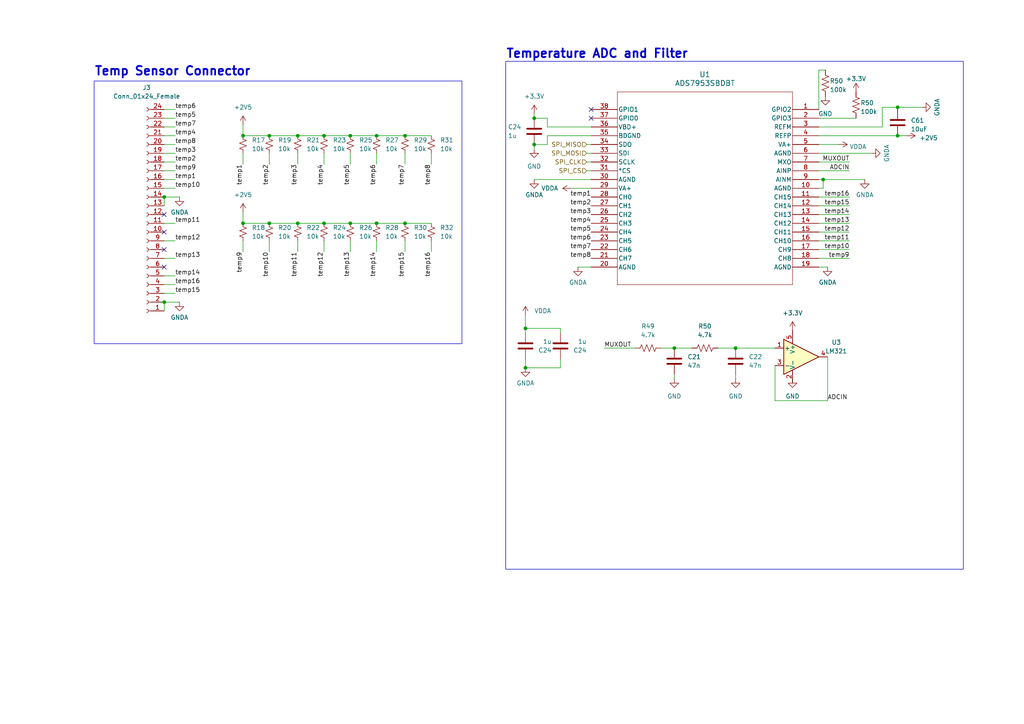
<source format=kicad_sch>
(kicad_sch (version 20230121) (generator eeschema)
  (paper "A4")
  (lib_symbols
    (symbol "Amplifier_Operational:LM321" (pin_names (offset 0.127))
      (property "Reference" "U" (at 0 7.62 0))
      (property "Value" "LM321" (at 0 5.08 0))
      (symbol "LM321_0_1"
        (polyline (pts (xy -5.08 5.08) (xy 5.08 0) (xy -5.08 -5.08) (xy -5.08 5.08)) (stroke (width 0.254)) (fill (type background)))
      )
      (symbol "LM321_1_1"
        (pin input line (at -7.62 2.54 0) (length 2.54) (name "+") (number "1"))
        (pin power_in line (at -2.54 -7.62 90) (length 3.81) (name "V-") (number "2"))
        (pin input line (at -7.62 -2.54 0) (length 2.54) (name "-") (number "3"))
        (pin output line (at 7.62 0 180) (length 2.54) (name "~") (number "4"))
        (pin power_in line (at -2.54 7.62 270) (length 3.81) (name "V+") (number "5"))
      )
    )
    (symbol "Connector:Conn_01x24_Socket" (pin_names (offset 1.016) hide)
      (property "Reference" "J" (at 0 30.48 0))
      (property "Value" "Conn_01x24_Socket" (at 0 -33.02 0))
      (symbol "Conn_01x24_Socket_1_1"
        (arc (start 0 -29.972) (mid -0.5058 -30.48) (end 0 -30.988) (stroke (width 0.1524)))
        (arc (start 0 -27.432) (mid -0.5058 -27.94) (end 0 -28.448) (stroke (width 0.1524)))
        (arc (start 0 -24.892) (mid -0.5058 -25.4) (end 0 -25.908) (stroke (width 0.1524)))
        (arc (start 0 -22.352) (mid -0.5058 -22.86) (end 0 -23.368) (stroke (width 0.1524)))
        (arc (start 0 -19.812) (mid -0.5058 -20.32) (end 0 -20.828) (stroke (width 0.1524)))
        (arc (start 0 -17.272) (mid -0.5058 -17.78) (end 0 -18.288) (stroke (width 0.1524)))
        (arc (start 0 -14.732) (mid -0.5058 -15.24) (end 0 -15.748) (stroke (width 0.1524)))
        (arc (start 0 -12.192) (mid -0.5058 -12.7) (end 0 -13.208) (stroke (width 0.1524)))
        (arc (start 0 -9.652) (mid -0.5058 -10.16) (end 0 -10.668) (stroke (width 0.1524)))
        (arc (start 0 -7.112) (mid -0.5058 -7.62) (end 0 -8.128) (stroke (width 0.1524)))
        (arc (start 0 -4.572) (mid -0.5058 -5.08) (end 0 -5.588) (stroke (width 0.1524)))
        (arc (start 0 -2.032) (mid -0.5058 -2.54) (end 0 -3.048) (stroke (width 0.1524)))
        (polyline (pts (xy -1.27 -30.48) (xy -0.508 -30.48)) (stroke (width 0.1524)))
        (polyline (pts (xy -1.27 -27.94) (xy -0.508 -27.94)) (stroke (width 0.1524)))
        (polyline (pts (xy -1.27 -25.4) (xy -0.508 -25.4)) (stroke (width 0.1524)))
        (polyline (pts (xy -1.27 -22.86) (xy -0.508 -22.86)) (stroke (width 0.1524)))
        (polyline (pts (xy -1.27 -20.32) (xy -0.508 -20.32)) (stroke (width 0.1524)))
        (polyline (pts (xy -1.27 -17.78) (xy -0.508 -17.78)) (stroke (width 0.1524)))
        (polyline (pts (xy -1.27 -15.24) (xy -0.508 -15.24)) (stroke (width 0.1524)))
        (polyline (pts (xy -1.27 -12.7) (xy -0.508 -12.7)) (stroke (width 0.1524)))
        (polyline (pts (xy -1.27 -10.16) (xy -0.508 -10.16)) (stroke (width 0.1524)))
        (polyline (pts (xy -1.27 -7.62) (xy -0.508 -7.62)) (stroke (width 0.1524)))
        (polyline (pts (xy -1.27 -5.08) (xy -0.508 -5.08)) (stroke (width 0.1524)))
        (polyline (pts (xy -1.27 -2.54) (xy -0.508 -2.54)) (stroke (width 0.1524)))
        (polyline (pts (xy -1.27 0) (xy -0.508 0)) (stroke (width 0.1524)))
        (polyline (pts (xy -1.27 2.54) (xy -0.508 2.54)) (stroke (width 0.1524)))
        (polyline (pts (xy -1.27 5.08) (xy -0.508 5.08)) (stroke (width 0.1524)))
        (polyline (pts (xy -1.27 7.62) (xy -0.508 7.62)) (stroke (width 0.1524)))
        (polyline (pts (xy -1.27 10.16) (xy -0.508 10.16)) (stroke (width 0.1524)))
        (polyline (pts (xy -1.27 12.7) (xy -0.508 12.7)) (stroke (width 0.1524)))
        (polyline (pts (xy -1.27 15.24) (xy -0.508 15.24)) (stroke (width 0.1524)))
        (polyline (pts (xy -1.27 17.78) (xy -0.508 17.78)) (stroke (width 0.1524)))
        (polyline (pts (xy -1.27 20.32) (xy -0.508 20.32)) (stroke (width 0.1524)))
        (polyline (pts (xy -1.27 22.86) (xy -0.508 22.86)) (stroke (width 0.1524)))
        (polyline (pts (xy -1.27 25.4) (xy -0.508 25.4)) (stroke (width 0.1524)))
        (polyline (pts (xy -1.27 27.94) (xy -0.508 27.94)) (stroke (width 0.1524)))
        (arc (start 0 0.508) (mid -0.5058 0) (end 0 -0.508) (stroke (width 0.1524)))
        (arc (start 0 3.048) (mid -0.5058 2.54) (end 0 2.032) (stroke (width 0.1524)))
        (arc (start 0 5.588) (mid -0.5058 5.08) (end 0 4.572) (stroke (width 0.1524)))
        (arc (start 0 8.128) (mid -0.5058 7.62) (end 0 7.112) (stroke (width 0.1524)))
        (arc (start 0 10.668) (mid -0.5058 10.16) (end 0 9.652) (stroke (width 0.1524)))
        (arc (start 0 13.208) (mid -0.5058 12.7) (end 0 12.192) (stroke (width 0.1524)))
        (arc (start 0 15.748) (mid -0.5058 15.24) (end 0 14.732) (stroke (width 0.1524)))
        (arc (start 0 18.288) (mid -0.5058 17.78) (end 0 17.272) (stroke (width 0.1524)))
        (arc (start 0 20.828) (mid -0.5058 20.32) (end 0 19.812) (stroke (width 0.1524)))
        (arc (start 0 23.368) (mid -0.5058 22.86) (end 0 22.352) (stroke (width 0.1524)))
        (arc (start 0 25.908) (mid -0.5058 25.4) (end 0 24.892) (stroke (width 0.1524)))
        (arc (start 0 28.448) (mid -0.5058 27.94) (end 0 27.432) (stroke (width 0.1524)))
        (pin passive line (at -5.08 27.94 0) (length 3.81) (name "Pin_1") (number "1"))
        (pin passive line (at -5.08 5.08 0) (length 3.81) (name "Pin_10") (number "10"))
        (pin passive line (at -5.08 2.54 0) (length 3.81) (name "Pin_11") (number "11"))
        (pin passive line (at -5.08 0 0) (length 3.81) (name "Pin_12") (number "12"))
        (pin passive line (at -5.08 -2.54 0) (length 3.81) (name "Pin_13") (number "13"))
        (pin passive line (at -5.08 -5.08 0) (length 3.81) (name "Pin_14") (number "14"))
        (pin passive line (at -5.08 -7.62 0) (length 3.81) (name "Pin_15") (number "15"))
        (pin passive line (at -5.08 -10.16 0) (length 3.81) (name "Pin_16") (number "16"))
        (pin passive line (at -5.08 -12.7 0) (length 3.81) (name "Pin_17") (number "17"))
        (pin passive line (at -5.08 -15.24 0) (length 3.81) (name "Pin_18") (number "18"))
        (pin passive line (at -5.08 -17.78 0) (length 3.81) (name "Pin_19") (number "19"))
        (pin passive line (at -5.08 25.4 0) (length 3.81) (name "Pin_2") (number "2"))
        (pin passive line (at -5.08 -20.32 0) (length 3.81) (name "Pin_20") (number "20"))
        (pin passive line (at -5.08 -22.86 0) (length 3.81) (name "Pin_21") (number "21"))
        (pin passive line (at -5.08 -25.4 0) (length 3.81) (name "Pin_22") (number "22"))
        (pin passive line (at -5.08 -27.94 0) (length 3.81) (name "Pin_23") (number "23"))
        (pin passive line (at -5.08 -30.48 0) (length 3.81) (name "Pin_24") (number "24"))
        (pin passive line (at -5.08 22.86 0) (length 3.81) (name "Pin_3") (number "3"))
        (pin passive line (at -5.08 20.32 0) (length 3.81) (name "Pin_4") (number "4"))
        (pin passive line (at -5.08 17.78 0) (length 3.81) (name "Pin_5") (number "5"))
        (pin passive line (at -5.08 15.24 0) (length 3.81) (name "Pin_6") (number "6"))
        (pin passive line (at -5.08 12.7 0) (length 3.81) (name "Pin_7") (number "7"))
        (pin passive line (at -5.08 10.16 0) (length 3.81) (name "Pin_8") (number "8"))
        (pin passive line (at -5.08 7.62 0) (length 3.81) (name "Pin_9") (number "9"))
      )
    )
    (symbol "Device:C" (pin_numbers hide) (pin_names (offset 0.254))
      (property "Reference" "C" (at 0.635 2.54 0))
      (property "Value" "C" (at 0.635 -2.54 0))
      (symbol "C_0_1"
        (polyline (pts (xy -2.032 -0.762) (xy 2.032 -0.762)) (stroke (width 0.508)))
        (polyline (pts (xy -2.032 0.762) (xy 2.032 0.762)) (stroke (width 0.508)))
      )
      (symbol "C_1_1"
        (pin passive line (at 0 3.81 270) (length 2.794) (name "~") (number "1"))
        (pin passive line (at 0 -3.81 90) (length 2.794) (name "~") (number "2"))
      )
    )
    (symbol "Device:R_Small_US" (pin_numbers hide) (pin_names (offset 0.254) hide)
      (property "Reference" "R" (at 0.762 0.508 0))
      (property "Value" "R_Small_US" (at 0.762 -1.016 0))
      (symbol "R_Small_US_1_1"
        (polyline (pts (xy 0 0) (xy 1.016 -0.381) (xy 0 -0.762) (xy -1.016 -1.143) (xy 0 -1.524)))
        (polyline (pts (xy 0 1.524) (xy 1.016 1.143) (xy 0 0.762) (xy -1.016 0.381) (xy 0 0)))
        (pin passive line (at 0 2.54 270) (length 1.016) (name "~") (number "1"))
        (pin passive line (at 0 -2.54 90) (length 1.016) (name "~") (number "2"))
      )
    )
    (symbol "Device:R_US" (pin_numbers hide) (pin_names (offset 0))
      (property "Reference" "R" (at 2.54 0 90))
      (property "Value" "R_US" (at -2.54 0 90))
      (symbol "R_US_0_1"
        (polyline (pts (xy 0 -2.286) (xy 0 -2.54)))
        (polyline (pts (xy 0 2.286) (xy 0 2.54)))
        (polyline (pts (xy 0 -0.762) (xy 1.016 -1.143) (xy 0 -1.524) (xy -1.016 -1.905) (xy 0 -2.286)))
        (polyline (pts (xy 0 0.762) (xy 1.016 0.381) (xy 0 0) (xy -1.016 -0.381) (xy 0 -0.762)))
        (polyline (pts (xy 0 2.286) (xy 1.016 1.905) (xy 0 1.524) (xy -1.016 1.143) (xy 0 0.762)))
      )
      (symbol "R_US_1_1"
        (pin passive line (at 0 3.81 270) (length 1.27) (name "~") (number "1"))
        (pin passive line (at 0 -3.81 90) (length 1.27) (name "~") (number "2"))
      )
    )
    (symbol "power:+2V5" (power) (pin_names (offset 0))
      (property "Value" "+2V5" (at 0 3.556 0))
      (symbol "+2V5_0_1"
        (polyline (pts (xy -0.762 1.27) (xy 0 2.54)))
        (polyline (pts (xy 0 0) (xy 0 2.54)))
        (polyline (pts (xy 0 2.54) (xy 0.762 1.27)))
      )
      (symbol "+2V5_1_1"
        (pin power_in line (at 0 0 90) (length 0) hide (name "+2V5") (number "1"))
      )
    )
    (symbol "power:+3.3V" (power) (pin_names (offset 0))
      (property "Value" "+3.3V" (at 0 3.556 0))
      (symbol "+3.3V_0_1"
        (polyline (pts (xy -0.762 1.27) (xy 0 2.54)))
        (polyline (pts (xy 0 0) (xy 0 2.54)))
        (polyline (pts (xy 0 2.54) (xy 0.762 1.27)))
      )
      (symbol "+3.3V_1_1"
        (pin power_in line (at 0 0 90) (length 0) hide (name "+3.3V") (number "1"))
      )
    )
    (symbol "power:GND" (power) (pin_names (offset 0))
      (property "Value" "GND" (at 0 -3.81 0))
      (symbol "GND_0_1"
        (polyline (pts (xy 0 0) (xy 0 -1.27) (xy 1.27 -1.27) (xy 0 -2.54) (xy -1.27 -1.27) (xy 0 -1.27)))
      )
      (symbol "GND_1_1"
        (pin power_in line (at 0 0 270) (length 0) hide (name "GND") (number "1"))
      )
    )
    (symbol "power:GNDA" (power) (pin_names (offset 0))
      (property "Value" "GNDA" (at 0 -3.81 0))
      (symbol "GNDA_0_1"
        (polyline (pts (xy 0 0) (xy 0 -1.27) (xy 1.27 -1.27) (xy 0 -2.54) (xy -1.27 -1.27) (xy 0 -1.27)))
      )
      (symbol "GNDA_1_1"
        (pin power_in line (at 0 0 270) (length 0) hide (name "GNDA") (number "1"))
      )
    )
    (symbol "power:VDDA" (power) (pin_names (offset 0))
      (property "Value" "VDDA" (at 0 3.81 0))
      (symbol "VDDA_0_1"
        (polyline (pts (xy -0.762 1.27) (xy 0 2.54)))
        (polyline (pts (xy 0 0) (xy 0 2.54)))
        (polyline (pts (xy 0 2.54) (xy 0.762 1.27)))
      )
      (symbol "VDDA_1_1"
        (pin power_in line (at 0 0 90) (length 0) hide (name "VDDA") (number "1"))
      )
    )
    (symbol "utsvt-chips:ADS7953SBDBT" (pin_names (offset 0.254))
      (property "Reference" "U" (at 33.02 10.16 0))
      (property "Value" "ADS7953SBDBT" (at 33.02 7.62 0))
      (symbol "ADS7953SBDBT_0_1"
        (polyline (pts (xy 7.62 -50.8) (xy 58.42 -50.8)) (stroke (width 0.127)))
        (polyline (pts (xy 7.62 5.08) (xy 7.62 -50.8)) (stroke (width 0.127)))
        (polyline (pts (xy 58.42 -50.8) (xy 58.42 5.08)) (stroke (width 0.127)))
        (polyline (pts (xy 58.42 5.08) (xy 7.62 5.08)) (stroke (width 0.127)))
        (pin bidirectional line (at 0 0 0) (length 7.62) (name "GPIO2") (number "1"))
        (pin power_in line (at 0 -22.86 0) (length 7.62) (name "AGND") (number "10"))
        (pin input line (at 0 -25.4 0) (length 7.62) (name "CH15") (number "11"))
        (pin input line (at 0 -27.94 0) (length 7.62) (name "CH14") (number "12"))
        (pin input line (at 0 -30.48 0) (length 7.62) (name "CH13") (number "13"))
        (pin input line (at 0 -33.02 0) (length 7.62) (name "CH12") (number "14"))
        (pin input line (at 0 -35.56 0) (length 7.62) (name "CH11") (number "15"))
        (pin input line (at 0 -38.1 0) (length 7.62) (name "CH10") (number "16"))
        (pin input line (at 0 -40.64 0) (length 7.62) (name "CH9") (number "17"))
        (pin input line (at 0 -43.18 0) (length 7.62) (name "CH8") (number "18"))
        (pin power_in line (at 0 -45.72 0) (length 7.62) (name "AGND") (number "19"))
        (pin bidirectional line (at 0 -2.54 0) (length 7.62) (name "GPIO3") (number "2"))
        (pin power_in line (at 66.04 -45.72 180) (length 7.62) (name "AGND") (number "20"))
        (pin input line (at 66.04 -43.18 180) (length 7.62) (name "CH7") (number "21"))
        (pin input line (at 66.04 -40.64 180) (length 7.62) (name "CH6") (number "22"))
        (pin input line (at 66.04 -38.1 180) (length 7.62) (name "CH5") (number "23"))
        (pin input line (at 66.04 -35.56 180) (length 7.62) (name "CH4") (number "24"))
        (pin input line (at 66.04 -33.02 180) (length 7.62) (name "CH3") (number "25"))
        (pin input line (at 66.04 -30.48 180) (length 7.62) (name "CH2") (number "26"))
        (pin input line (at 66.04 -27.94 180) (length 7.62) (name "CH1") (number "27"))
        (pin input line (at 66.04 -25.4 180) (length 7.62) (name "CH0") (number "28"))
        (pin power_in line (at 66.04 -22.86 180) (length 7.62) (name "VA+") (number "29"))
        (pin input line (at 0 -5.08 0) (length 7.62) (name "REFM") (number "3"))
        (pin power_in line (at 66.04 -20.32 180) (length 7.62) (name "AGND") (number "30"))
        (pin input line (at 66.04 -17.78 180) (length 7.62) (name "*CS") (number "31"))
        (pin input line (at 66.04 -15.24 180) (length 7.62) (name "SCLK") (number "32"))
        (pin input line (at 66.04 -12.7 180) (length 7.62) (name "SDI") (number "33"))
        (pin output line (at 66.04 -10.16 180) (length 7.62) (name "SDO") (number "34"))
        (pin power_in line (at 66.04 -7.62 180) (length 7.62) (name "BDGND") (number "35"))
        (pin power_in line (at 66.04 -5.08 180) (length 7.62) (name "VBD+") (number "36"))
        (pin bidirectional line (at 66.04 -2.54 180) (length 7.62) (name "GPIO0") (number "37"))
        (pin bidirectional line (at 66.04 0 180) (length 7.62) (name "GPIO1") (number "38"))
        (pin input line (at 0 -7.62 0) (length 7.62) (name "REFP") (number "4"))
        (pin power_in line (at 0 -10.16 0) (length 7.62) (name "VA+") (number "5"))
        (pin power_in line (at 0 -12.7 0) (length 7.62) (name "AGND") (number "6"))
        (pin output line (at 0 -15.24 0) (length 7.62) (name "MXO") (number "7"))
        (pin input line (at 0 -17.78 0) (length 7.62) (name "AINP") (number "8"))
        (pin input line (at 0 -20.32 0) (length 7.62) (name "AINM") (number "9"))
      )
    )
  )
  (junction (at 47.625 87.63))
  (junction (at 78.105 39.37))
  (junction (at 93.98 39.37))
  (junction (at 101.6 39.37))
  (junction (at 152.4 106.68))
  (junction (at 109.22 39.37))
  (junction (at 213.36 100.965))
  (junction (at 109.22 64.77))
  (junction (at 101.6 64.77))
  (junction (at 154.94 34.29))
  (junction (at 117.475 64.77))
  (junction (at 86.36 64.77))
  (junction (at 260.35 39.37))
  (junction (at 70.485 39.37))
  (junction (at 195.58 100.965))
  (junction (at 70.485 64.77))
  (junction (at 86.36 39.37))
  (junction (at 117.475 39.37))
  (junction (at 78.105 64.77))
  (junction (at 47.625 57.15))
  (junction (at 152.4 95.25))
  (junction (at 238.76 52.07))
  (junction (at 154.94 41.91))
  (junction (at 93.98 64.77))
  (junction (at 260.35 31.115))
  (no_connect (at 47.625 62.23))
  (no_connect (at 171.45 34.29))
  (no_connect (at 47.625 72.39))
  (no_connect (at 47.625 77.47))
  (no_connect (at 171.45 31.75))
  (no_connect (at 47.625 67.31))
  (wire (pts (xy 195.58 100.965) (xy 200.66 100.965)))
  (wire (pts (xy 47.625 57.15) (xy 52.07 57.15)))
  (wire (pts (xy 70.485 73.025) (xy 70.485 69.85)))
  (wire (pts (xy 162.56 96.52) (xy 162.56 95.25)))
  (wire (pts (xy 162.56 106.68) (xy 152.4 106.68)))
  (wire (pts (xy 125.095 47.625) (xy 125.095 44.45)))
  (wire (pts (xy 86.36 47.625) (xy 86.36 44.45)))
  (wire (pts (xy 101.6 64.77) (xy 109.22 64.77)))
  (wire (pts (xy 50.8 69.85) (xy 47.625 69.85)))
  (wire (pts (xy 152.4 104.14) (xy 152.4 106.68)))
  (wire (pts (xy 78.105 47.625) (xy 78.105 44.45)))
  (wire (pts (xy 93.98 64.77) (xy 101.6 64.77)))
  (wire (pts (xy 237.49 54.61) (xy 238.76 54.61)))
  (wire (pts (xy 50.8 85.09) (xy 47.625 85.09)))
  (wire (pts (xy 229.87 109.855) (xy 229.87 111.125)))
  (wire (pts (xy 246.38 49.53) (xy 237.49 49.53)))
  (wire (pts (xy 171.45 41.91) (xy 170.18 41.91)))
  (wire (pts (xy 158.75 34.29) (xy 154.94 34.29)))
  (wire (pts (xy 246.38 57.15) (xy 237.49 57.15)))
  (wire (pts (xy 255.905 31.115) (xy 260.35 31.115)))
  (wire (pts (xy 109.22 47.625) (xy 109.22 44.45)))
  (wire (pts (xy 50.8 44.45) (xy 47.625 44.45)))
  (wire (pts (xy 117.475 39.37) (xy 125.095 39.37)))
  (wire (pts (xy 158.75 36.83) (xy 171.45 36.83)))
  (wire (pts (xy 167.64 77.47) (xy 171.45 77.47)))
  (wire (pts (xy 50.8 31.75) (xy 47.625 31.75)))
  (wire (pts (xy 158.75 34.29) (xy 158.75 36.83)))
  (wire (pts (xy 171.45 46.99) (xy 170.18 46.99)))
  (wire (pts (xy 260.35 31.115) (xy 260.35 31.75)))
  (wire (pts (xy 50.8 52.07) (xy 47.625 52.07)))
  (wire (pts (xy 50.8 82.55) (xy 47.625 82.55)))
  (wire (pts (xy 47.625 87.63) (xy 52.07 87.63)))
  (wire (pts (xy 50.8 64.77) (xy 47.625 64.77)))
  (wire (pts (xy 152.4 95.25) (xy 152.4 96.52)))
  (wire (pts (xy 70.485 61.595) (xy 70.485 64.77)))
  (wire (pts (xy 246.38 72.39) (xy 237.49 72.39)))
  (wire (pts (xy 158.75 39.37) (xy 171.45 39.37)))
  (wire (pts (xy 213.36 108.585) (xy 213.36 109.855)))
  (wire (pts (xy 240.03 116.205) (xy 240.03 103.505)))
  (wire (pts (xy 246.38 64.77) (xy 237.49 64.77)))
  (wire (pts (xy 237.49 34.29) (xy 248.285 34.29)))
  (wire (pts (xy 93.98 47.625) (xy 93.98 44.45)))
  (wire (pts (xy 213.36 100.965) (xy 224.79 100.965)))
  (wire (pts (xy 70.485 64.77) (xy 78.105 64.77)))
  (wire (pts (xy 165.735 54.61) (xy 171.45 54.61)))
  (wire (pts (xy 238.76 52.07) (xy 237.49 52.07)))
  (wire (pts (xy 50.8 41.91) (xy 47.625 41.91)))
  (wire (pts (xy 109.22 73.025) (xy 109.22 69.85)))
  (wire (pts (xy 195.58 109.855) (xy 195.58 108.585)))
  (wire (pts (xy 238.76 54.61) (xy 238.76 52.07)))
  (wire (pts (xy 125.095 73.025) (xy 125.095 69.85)))
  (wire (pts (xy 267.335 31.115) (xy 260.35 31.115)))
  (wire (pts (xy 208.28 100.965) (xy 213.36 100.965)))
  (wire (pts (xy 237.49 77.47) (xy 240.03 77.47)))
  (wire (pts (xy 224.79 116.205) (xy 240.03 116.205)))
  (wire (pts (xy 154.94 43.18) (xy 154.94 41.91)))
  (wire (pts (xy 101.6 73.025) (xy 101.6 69.85)))
  (wire (pts (xy 117.475 73.025) (xy 117.475 69.85)))
  (wire (pts (xy 50.8 46.99) (xy 47.625 46.99)))
  (wire (pts (xy 70.485 44.45) (xy 70.485 47.625)))
  (wire (pts (xy 117.475 64.77) (xy 125.095 64.77)))
  (wire (pts (xy 260.35 39.37) (xy 262.89 39.37)))
  (wire (pts (xy 154.94 33.02) (xy 154.94 34.29)))
  (wire (pts (xy 86.36 64.77) (xy 93.98 64.77)))
  (wire (pts (xy 47.625 57.15) (xy 47.625 59.69)))
  (wire (pts (xy 101.6 47.625) (xy 101.6 44.45)))
  (wire (pts (xy 237.49 36.83) (xy 255.905 36.83)))
  (wire (pts (xy 171.45 44.45) (xy 170.18 44.45)))
  (wire (pts (xy 237.49 44.45) (xy 252.73 44.45)))
  (wire (pts (xy 158.75 41.91) (xy 154.94 41.91)))
  (wire (pts (xy 93.98 39.37) (xy 101.6 39.37)))
  (wire (pts (xy 47.625 87.63) (xy 47.625 90.17)))
  (wire (pts (xy 50.8 54.61) (xy 47.625 54.61)))
  (wire (pts (xy 101.6 39.37) (xy 109.22 39.37)))
  (wire (pts (xy 237.49 41.91) (xy 243.205 41.91)))
  (wire (pts (xy 70.485 36.195) (xy 70.485 39.37)))
  (wire (pts (xy 158.75 41.91) (xy 158.75 39.37)))
  (wire (pts (xy 246.38 62.23) (xy 237.49 62.23)))
  (wire (pts (xy 50.8 74.93) (xy 47.625 74.93)))
  (wire (pts (xy 78.105 73.025) (xy 78.105 69.85)))
  (wire (pts (xy 237.49 31.75) (xy 237.49 20.32)))
  (wire (pts (xy 86.36 39.37) (xy 93.98 39.37)))
  (wire (pts (xy 171.45 49.53) (xy 170.18 49.53)))
  (wire (pts (xy 224.79 106.045) (xy 224.79 116.205)))
  (wire (pts (xy 237.49 39.37) (xy 260.35 39.37)))
  (wire (pts (xy 70.485 39.37) (xy 78.105 39.37)))
  (wire (pts (xy 237.49 20.32) (xy 239.395 20.32)))
  (wire (pts (xy 50.8 49.53) (xy 47.625 49.53)))
  (wire (pts (xy 152.4 95.25) (xy 162.56 95.25)))
  (wire (pts (xy 171.45 52.07) (xy 154.94 52.07)))
  (wire (pts (xy 50.8 39.37) (xy 47.625 39.37)))
  (wire (pts (xy 191.77 100.965) (xy 195.58 100.965)))
  (wire (pts (xy 246.38 74.93) (xy 237.49 74.93)))
  (wire (pts (xy 78.105 64.77) (xy 86.36 64.77)))
  (wire (pts (xy 246.38 59.69) (xy 237.49 59.69)))
  (wire (pts (xy 50.8 36.83) (xy 47.625 36.83)))
  (wire (pts (xy 246.38 67.31) (xy 237.49 67.31)))
  (wire (pts (xy 250.825 52.07) (xy 238.76 52.07)))
  (wire (pts (xy 152.4 91.44) (xy 152.4 95.25)))
  (wire (pts (xy 175.26 100.965) (xy 184.15 100.965)))
  (wire (pts (xy 50.8 80.01) (xy 47.625 80.01)))
  (wire (pts (xy 93.98 73.025) (xy 93.98 69.85)))
  (wire (pts (xy 86.36 73.025) (xy 86.36 69.85)))
  (wire (pts (xy 109.22 39.37) (xy 117.475 39.37)))
  (wire (pts (xy 162.56 104.14) (xy 162.56 106.68)))
  (wire (pts (xy 109.22 64.77) (xy 117.475 64.77)))
  (wire (pts (xy 246.38 46.99) (xy 237.49 46.99)))
  (wire (pts (xy 117.475 47.625) (xy 117.475 44.45)))
  (wire (pts (xy 246.38 69.85) (xy 237.49 69.85)))
  (wire (pts (xy 78.105 39.37) (xy 86.36 39.37)))
  (wire (pts (xy 50.8 34.29) (xy 47.625 34.29)))
  (wire (pts (xy 255.905 36.83) (xy 255.905 31.115)))
  (rectangle (start 146.685 17.78) (end 279.4 165.1))
  (rectangle (start 27.305 23.495) (end 133.985 99.695))
  (text "Temp Sensor Connector\n" (at 27.305 22.225 0) (effects (font (size 2.5 2.5) (thickness 0.5) bold) (justify left bottom)))
  (text "Temperature ADC and Filter\n" (at 146.685 17.145 0) (effects (font (size 2.5 2.5) (thickness 0.5) bold) (justify left bottom)))
  (label "temp15" (at 246.38 59.69 180))
  (label "temp4" (at 93.98 47.625 270))
  (label "temp9" (at 50.8 49.53 0))
  (label "temp8" (at 125.095 47.625 270))
  (label "temp12" (at 93.98 73.025 270))
  (label "temp15" (at 117.475 73.025 270))
  (label "temp6" (at 109.22 47.625 270))
  (label "temp16" (at 125.095 73.025 270))
  (label "temp14" (at 50.8 80.01 0))
  (label "temp16" (at 50.8 82.55 0))
  (label "temp16" (at 246.38 57.15 180))
  (label "temp10" (at 50.8 54.61 0))
  (label "temp5" (at 50.8 34.29 0))
  (label "temp9" (at 70.485 73.025 270))
  (label "temp2" (at 78.105 47.625 270))
  (label "MUXOUT" (at 175.26 100.965 0))
  (label "temp12" (at 50.8 69.85 0))
  (label "temp3" (at 50.8 44.45 0))
  (label "temp2" (at 171.45 59.69 180))
  (label "temp8" (at 171.45 74.93 180))
  (label "temp2" (at 50.8 46.99 0))
  (label "temp6" (at 171.45 69.85 180))
  (label "temp14" (at 109.22 73.025 270))
  (label "temp13" (at 50.8 74.93 0))
  (label "temp11" (at 86.36 73.025 270))
  (label "temp13" (at 101.6 73.025 270))
  (label "temp4" (at 171.45 64.77 180))
  (label "temp8" (at 50.8 41.91 0))
  (label "temp10" (at 78.105 73.025 270))
  (label "temp7" (at 171.45 72.39 180))
  (label "temp15" (at 50.8 85.09 0))
  (label "temp3" (at 86.36 47.625 270))
  (label "temp13" (at 246.38 64.77 180))
  (label "temp14" (at 246.38 62.23 180))
  (label "temp11" (at 246.38 69.85 180))
  (label "ADCIN" (at 246.38 49.53 180))
  (label "temp10" (at 246.38 72.39 180))
  (label "temp9" (at 246.38 74.93 180))
  (label "temp7" (at 117.475 47.625 270))
  (label "temp5" (at 101.6 47.625 270))
  (label "temp12" (at 246.38 67.31 180))
  (label "temp7" (at 50.8 36.83 0))
  (label "temp5" (at 171.45 67.31 180))
  (label "temp4" (at 50.8 39.37 0))
  (label "temp1" (at 50.8 52.07 0))
  (label "temp1" (at 171.45 57.15 180))
  (label "MUXOUT" (at 246.38 46.99 180))
  (label "temp3" (at 171.45 62.23 180))
  (label "temp1" (at 70.485 47.625 270))
  (label "ADCIN" (at 240.03 116.205 0))
  (label "temp11" (at 50.8 64.77 0))
  (label "temp6" (at 50.8 31.75 0))
  (hierarchical_label "SPI_MISO" (shape input) (at 170.18 41.91 180))
  (hierarchical_label "SPI_CS" (shape input) (at 170.18 49.53 180))
  (hierarchical_label "SPI_MOSI" (shape input) (at 170.18 44.45 180))
  (hierarchical_label "SPI_CLK" (shape input) (at 170.18 46.99 180))
  (symbol (lib_id "power:GNDA") (at 152.4 106.68 0) (mirror y) (unit 1)
    (property "Reference" "#PWR029" (effects hide))
    (property "Value" "GNDA" (at 152.4 111.125 0))
    (instances (project "BPS-Minion" (path "" (reference "#PWR029") (unit 1)) (path "" (reference "#PWR058") (unit 1)) (path "" (reference "#PWR077") (unit 1))) (project "BPS-PeripheralSOM" (path "" (reference "#PWR058") (unit 1))))
  )
  (symbol (lib_id "Device:R_Small_US") (at 101.6 67.31 180) (unit 1)
    (property "Reference" "R26" (at 104.14 66.04 0) (effects (justify right)))
    (property "Value" "10k" (at 104.14 68.58 0) (effects (justify right)))
    (property "Footprint" "Resistor_SMD:R_0805_2012Metric" (effects hide))
    (instances (project "BPS-Minion" (path "" (reference "R26") (unit 1)) (path "" (reference "R44") (unit 1))))
  )
  (symbol (lib_id "power:GND") (at 239.395 27.94 0) (unit 1)
    (property "Reference" "#PWR084" (effects hide))
    (property "Value" "GND" (at 239.395 33.02 0))
    (instances (project "BPS-Minion" (path "" (reference "#PWR084") (unit 1)) (path "" (reference "#PWR085") (unit 1))))
  )
  (symbol (lib_id "Device:R_US") (at 187.96 100.965 270) (unit 1)
    (property "Reference" "R49" (at 187.96 94.615 90))
    (property "Value" "4.7k" (at 187.96 97.155 90))
    (property "Footprint" "Resistor_SMD:R_0805_2012Metric_Pad1.20x1.40mm_HandSolder" (effects hide))
    (instances (project "BPS-Minion" (path "" (reference "R49") (unit 1)) (path "" (reference "R33") (unit 1)) (path "" (reference "R51") (unit 1))))
  )
  (symbol (lib_id "Device:C") (at 195.58 104.775 180) (unit 1)
    (property "Reference" "C21" (at 199.39 103.505 0) (effects (justify right)))
    (property "Value" "47n" (at 199.39 106.045 0) (effects (justify right)))
    (property "Footprint" "Capacitor_SMD:C_0805_2012Metric_Pad1.18x1.45mm_HandSolder" (effects hide))
    (instances (project "BPS-Minion" (path "" (reference "C21") (unit 1)) (path "" (reference "C16") (unit 1)) (path "" (reference "C21") (unit 1))))
  )
  (symbol (lib_id "power:+3.3V") (at 229.87 95.885 0) (unit 1)
    (property "Reference" "#PWR022" (effects hide))
    (property "Value" "+3.3V" (at 229.87 90.805 0))
    (instances (project "BPS-Minion" (path "" (reference "#PWR022") (unit 1)) (path "" (reference "#PWR051") (unit 1)) (path "" (reference "#PWR070") (unit 1))) (project "BPS-PeripheralSOM" (path "" (reference "#PWR048") (unit 1))))
  )
  (symbol (lib_id "Device:R_US") (at 204.47 100.965 270) (unit 1)
    (property "Reference" "R50" (at 204.47 94.615 90))
    (property "Value" "4.7k" (at 204.47 97.155 90))
    (property "Footprint" "Resistor_SMD:R_0805_2012Metric_Pad1.20x1.40mm_HandSolder" (effects hide))
    (instances (project "BPS-Minion" (path "" (reference "R50") (unit 1)) (path "" (reference "R34") (unit 1)) (path "" (reference "R52") (unit 1))))
  )
  (symbol (lib_id "power:GNDA") (at 167.64 77.47 0) (unit 1)
    (property "Reference" "#PWR029" (effects hide))
    (property "Value" "GNDA" (at 167.64 81.915 0))
    (instances (project "BPS-Minion" (path "" (reference "#PWR029") (unit 1)) (path "" (reference "#PWR048") (unit 1)) (path "" (reference "#PWR067") (unit 1))) (project "BPS-PeripheralSOM" (path "" (reference "#PWR058") (unit 1))))
  )
  (symbol (lib_id "power:GND") (at 195.58 109.855 0) (unit 1)
    (property "Reference" "#PWR017" (effects hide))
    (property "Value" "GND" (at 195.58 114.935 0))
    (instances (project "BPS-Minion" (path "" (reference "#PWR017") (unit 1)) (path "" (reference "#PWR049") (unit 1)) (path "" (reference "#PWR068") (unit 1))))
  )
  (symbol (lib_id "Device:R_Small_US") (at 117.475 41.91 180) (unit 1)
    (property "Reference" "R29" (at 120.015 40.64 0) (effects (justify right)))
    (property "Value" "10k" (at 120.015 43.18 0) (effects (justify right)))
    (property "Footprint" "Resistor_SMD:R_0805_2012Metric" (effects hide))
    (instances (project "BPS-Minion" (path "" (reference "R29") (unit 1)) (path "" (reference "R47") (unit 1))))
  )
  (symbol (lib_id "Amplifier_Operational:LM321") (at 232.41 103.505 0) (unit 1)
    (property "Reference" "U3" (at 242.57 99.3141 0))
    (property "Value" "LM321" (at 242.57 101.8541 0))
    (property "Footprint" "Package_TO_SOT_SMD:SOT-23-5" (effects hide))
    (property "Datasheet" "http://www.ti.com/lit/ds/symlink/lm321.pdf" (effects hide))
    (instances (project "BPS-Minion" (path "" (reference "U3") (unit 1)) (path "" (reference "U8") (unit 1)) (path "" (reference "U10") (unit 1))))
  )
  (symbol (lib_id "Device:R_Small_US") (at 109.22 67.31 180) (unit 1)
    (property "Reference" "R28" (at 111.76 66.04 0) (effects (justify right)))
    (property "Value" "10k" (at 111.76 68.58 0) (effects (justify right)))
    (property "Footprint" "Resistor_SMD:R_0805_2012Metric" (effects hide))
    (instances (project "BPS-Minion" (path "" (reference "R28") (unit 1)) (path "" (reference "R46") (unit 1))))
  )
  (symbol (lib_id "Device:R_US") (at 248.285 30.48 0) (unit 1)
    (property "Reference" "R50" (at 249.555 29.845 0) (effects (justify left)))
    (property "Value" "100k" (at 249.555 32.385 0) (effects (justify left)))
    (property "Footprint" "Resistor_SMD:R_0805_2012Metric_Pad1.20x1.40mm_HandSolder" (effects hide))
    (instances (project "BPS-Minion" (path "" (reference "R50") (unit 1)) (path "" (reference "R89") (unit 1)) (path "" (reference "R90") (unit 1))))
  )
  (symbol (lib_id "Device:C") (at 154.94 38.1 180) (unit 1)
    (property "Reference" "C24" (at 147.32 36.83 0) (effects (justify right)))
    (property "Value" "1u" (at 147.32 39.37 0) (effects (justify right)))
    (property "Footprint" "Capacitor_SMD:C_0805_2012Metric_Pad1.18x1.45mm_HandSolder" (effects hide))
    (instances (project "BPS-Minion" (path "" (reference "C24") (unit 1)) (path "" (reference "C15") (unit 1)) (path "" (reference "C20") (unit 1))))
  )
  (symbol (lib_id "power:GND") (at 154.94 43.18 0) (mirror y) (unit 1)
    (property "Reference" "#PWR01" (effects hide))
    (property "Value" "GND" (at 154.94 48.26 0))
    (instances (project "BPS-Minion" (path "" (reference "#PWR01") (unit 1)) (path "" (reference "#PWR045") (unit 1)) (path "" (reference "#PWR064") (unit 1))))
  )
  (symbol (lib_id "power:+2V5") (at 70.485 36.195 0) (unit 1)
    (property "Reference" "#PWR064" (effects hide))
    (property "Value" "+2V5" (at 70.485 31.115 0))
    (instances (project "BPS-Minion" (path "" (reference "#PWR064") (unit 1)) (path "" (reference "#PWR042") (unit 1)) (path "" (reference "#PWR061") (unit 1))))
  )
  (symbol (lib_id "power:+3.3V") (at 248.285 26.67 0) (unit 1)
    (property "Reference" "#PWR082" (effects hide))
    (property "Value" "+3.3V" (at 248.285 22.86 0))
    (instances (project "BPS-Minion" (path "" (reference "#PWR082") (unit 1)) (path "" (reference "#PWR083") (unit 1))))
  )
  (symbol (lib_id "power:+2V5") (at 262.89 39.37 270) (unit 1)
    (property "Reference" "#PWR064" (effects hide))
    (property "Value" "+2V5" (at 266.7 40.005 90) (effects (justify left)))
    (instances (project "BPS-Minion" (path "" (reference "#PWR064") (unit 1)) (path "" (reference "#PWR054") (unit 1)) (path "" (reference "#PWR073") (unit 1))))
  )
  (symbol (lib_id "Device:R_Small_US") (at 93.98 41.91 180) (unit 1)
    (property "Reference" "R23" (at 96.52 40.64 0) (effects (justify right)))
    (property "Value" "10k" (at 96.52 43.18 0) (effects (justify right)))
    (property "Footprint" "Resistor_SMD:R_0805_2012Metric" (effects hide))
    (instances (project "BPS-Minion" (path "" (reference "R23") (unit 1)) (path "" (reference "R41") (unit 1))))
  )
  (symbol (lib_id "Device:R_Small_US") (at 70.485 41.91 180) (unit 1)
    (property "Reference" "R17" (at 73.025 40.64 0) (effects (justify right)))
    (property "Value" "10k" (at 73.025 43.18 0) (effects (justify right)))
    (property "Footprint" "Resistor_SMD:R_0805_2012Metric" (effects hide))
    (instances (project "BPS-Minion" (path "" (reference "R17") (unit 1)) (path "" (reference "R35") (unit 1))))
  )
  (symbol (lib_id "power:GND") (at 213.36 109.855 0) (unit 1)
    (property "Reference" "#PWR019" (effects hide))
    (property "Value" "GND" (at 213.36 114.935 0))
    (instances (project "BPS-Minion" (path "" (reference "#PWR019") (unit 1)) (path "" (reference "#PWR050") (unit 1)) (path "" (reference "#PWR069") (unit 1))))
  )
  (symbol (lib_id "Device:R_Small_US") (at 125.095 67.31 180) (unit 1)
    (property "Reference" "R32" (at 127.635 66.04 0) (effects (justify right)))
    (property "Value" "10k" (at 127.635 68.58 0) (effects (justify right)))
    (property "Footprint" "Resistor_SMD:R_0805_2012Metric" (effects hide))
    (instances (project "BPS-Minion" (path "" (reference "R32") (unit 1)) (path "" (reference "R50") (unit 1))))
  )
  (symbol (lib_id "Device:R_Small_US") (at 93.98 67.31 180) (unit 1)
    (property "Reference" "R24" (at 96.52 66.04 0) (effects (justify right)))
    (property "Value" "10k" (at 96.52 68.58 0) (effects (justify right)))
    (property "Footprint" "Resistor_SMD:R_0805_2012Metric" (effects hide))
    (instances (project "BPS-Minion" (path "" (reference "R24") (unit 1)) (path "" (reference "R42") (unit 1))))
  )
  (symbol (lib_id "power:GND") (at 229.87 109.855 0) (unit 1)
    (property "Reference" "#PWR023" (effects hide))
    (property "Value" "GND" (at 229.87 114.935 0))
    (instances (project "BPS-Minion" (path "" (reference "#PWR023") (unit 1)) (path "" (reference "#PWR052") (unit 1)) (path "" (reference "#PWR071") (unit 1))))
  )
  (symbol (lib_id "Device:R_Small_US") (at 86.36 41.91 180) (unit 1)
    (property "Reference" "R21" (at 88.9 40.64 0) (effects (justify right)))
    (property "Value" "10k" (at 88.9 43.18 0) (effects (justify right)))
    (property "Footprint" "Resistor_SMD:R_0805_2012Metric" (effects hide))
    (instances (project "BPS-Minion" (path "" (reference "R21") (unit 1)) (path "" (reference "R39") (unit 1))))
  )
  (symbol (lib_id "power:+3.3V") (at 154.94 33.02 0) (mirror y) (unit 1)
    (property "Reference" "#PWR011" (effects hide))
    (property "Value" "+3.3V" (at 154.94 27.94 0))
    (instances (project "BPS-Minion" (path "" (reference "#PWR011") (unit 1)) (path "" (reference "#PWR044") (unit 1)) (path "" (reference "#PWR063") (unit 1))) (project "BPS-PeripheralSOM" (path "" (reference "#PWR048") (unit 1))))
  )
  (symbol (lib_id "Device:C") (at 260.35 35.56 0) (unit 1)
    (property "Reference" "C61" (at 264.16 34.925 0) (effects (justify left)))
    (property "Value" "10uF" (at 264.16 37.465 0) (effects (justify left)))
    (property "Footprint" "Capacitor_SMD:C_0805_2012Metric_Pad1.18x1.45mm_HandSolder" (effects hide))
    (instances (project "BPS-Minion" (path "" (reference "C61") (unit 1)) (path "" (reference "C62") (unit 1))))
  )
  (symbol (lib_id "Device:R_Small_US") (at 78.105 67.31 180) (unit 1)
    (property "Reference" "R20" (at 80.645 66.04 0) (effects (justify right)))
    (property "Value" "10k" (at 80.645 68.58 0) (effects (justify right)))
    (property "Footprint" "Resistor_SMD:R_0805_2012Metric" (effects hide))
    (instances (project "BPS-Minion" (path "" (reference "R20") (unit 1)) (path "" (reference "R38") (unit 1))))
  )
  (symbol (lib_id "power:VDDA") (at 165.735 54.61 90) (mirror x) (unit 1)
    (property "Reference" "#PWR015" (effects hide))
    (property "Value" "VDDA" (at 161.925 54.61 90) (effects (justify left)))
    (instances (project "BPS-Minion" (path "" (reference "#PWR015") (unit 1)) (path "" (reference "#PWR047") (unit 1)) (path "" (reference "#PWR066") (unit 1))))
  )
  (symbol (lib_id "power:VDDA") (at 152.4 91.44 0) (mirror y) (unit 1)
    (property "Reference" "#PWR010" (effects hide))
    (property "Value" "VDDA" (at 154.94 90.17 0) (effects (justify right)))
    (instances (project "BPS-Minion" (path "" (reference "#PWR010") (unit 1)) (path "" (reference "#PWR057") (unit 1)) (path "" (reference "#PWR076") (unit 1))))
  )
  (symbol (lib_id "power:GNDA") (at 154.94 52.07 0) (unit 1)
    (property "Reference" "#PWR029" (effects hide))
    (property "Value" "GNDA" (at 154.94 56.515 0))
    (instances (project "BPS-Minion" (path "" (reference "#PWR029") (unit 1)) (path "" (reference "#PWR046") (unit 1)) (path "" (reference "#PWR065") (unit 1))) (project "BPS-PeripheralSOM" (path "" (reference "#PWR058") (unit 1))))
  )
  (symbol (lib_id "Device:R_Small_US") (at 109.22 41.91 180) (unit 1)
    (property "Reference" "R27" (at 111.76 40.64 0) (effects (justify right)))
    (property "Value" "10k" (at 111.76 43.18 0) (effects (justify right)))
    (property "Footprint" "Resistor_SMD:R_0805_2012Metric" (effects hide))
    (instances (project "BPS-Minion" (path "" (reference "R27") (unit 1)) (path "" (reference "R45") (unit 1))))
  )
  (symbol (lib_id "Device:R_Small_US") (at 125.095 41.91 180) (unit 1)
    (property "Reference" "R31" (at 127.635 40.64 0) (effects (justify right)))
    (property "Value" "10k" (at 127.635 43.18 0) (effects (justify right)))
    (property "Footprint" "Resistor_SMD:R_0805_2012Metric" (effects hide))
    (instances (project "BPS-Minion" (path "" (reference "R31") (unit 1)) (path "" (reference "R49") (unit 1))))
  )
  (symbol (lib_id "Device:R_Small_US") (at 70.485 67.31 180) (unit 1)
    (property "Reference" "R18" (at 73.025 66.04 0) (effects (justify right)))
    (property "Value" "10k" (at 73.025 68.58 0) (effects (justify right)))
    (property "Footprint" "Resistor_SMD:R_0805_2012Metric" (effects hide))
    (instances (project "BPS-Minion" (path "" (reference "R18") (unit 1)) (path "" (reference "R36") (unit 1))))
  )
  (symbol (lib_id "power:GNDA") (at 252.73 44.45 90) (mirror x) (unit 1)
    (property "Reference" "#PWR08" (effects hide))
    (property "Value" "GNDA" (at 257.175 44.45 0))
    (instances (project "BPS-Minion" (path "" (reference "#PWR08") (unit 1)) (path "" (reference "#PWR080") (unit 1)) (path "" (reference "#PWR081") (unit 1))) (project "BPS-PeripheralSOM" (path "" (reference "#PWR058") (unit 1))))
  )
  (symbol (lib_id "Device:R_Small_US") (at 101.6 41.91 180) (unit 1)
    (property "Reference" "R25" (at 104.14 40.64 0) (effects (justify right)))
    (property "Value" "10k" (at 104.14 43.18 0) (effects (justify right)))
    (property "Footprint" "Resistor_SMD:R_0805_2012Metric" (effects hide))
    (instances (project "BPS-Minion" (path "" (reference "R25") (unit 1)) (path "" (reference "R43") (unit 1))))
  )
  (symbol (lib_id "power:GNDA") (at 250.825 52.07 0) (unit 1)
    (property "Reference" "#PWR029" (effects hide))
    (property "Value" "GNDA" (at 250.825 56.515 0))
    (instances (project "BPS-Minion" (path "" (reference "#PWR029") (unit 1)) (path "" (reference "#PWR056") (unit 1)) (path "" (reference "#PWR075") (unit 1))) (project "BPS-PeripheralSOM" (path "" (reference "#PWR058") (unit 1))))
  )
  (symbol (lib_id "Device:R_US") (at 239.395 24.13 0) (unit 1)
    (property "Reference" "R50" (at 240.665 23.495 0) (effects (justify left)))
    (property "Value" "100k" (at 240.665 26.035 0) (effects (justify left)))
    (property "Footprint" "Resistor_SMD:R_0805_2012Metric_Pad1.20x1.40mm_HandSolder" (effects hide))
    (instances (project "BPS-Minion" (path "" (reference "R50") (unit 1)) (path "" (reference "R91") (unit 1)) (path "" (reference "R94") (unit 1))))
  )
  (symbol (lib_id "power:GNDA") (at 52.07 57.15 0) (unit 1)
    (property "Reference" "#PWR029" (effects hide))
    (property "Value" "GNDA" (at 52.07 61.595 0))
    (instances (project "BPS-Minion" (path "" (reference "#PWR029") (unit 1)) (path "" (reference "#PWR040") (unit 1)) (path "" (reference "#PWR059") (unit 1))) (project "BPS-PeripheralSOM" (path "" (reference "#PWR058") (unit 1))))
  )
  (symbol (lib_id "power:GNDA") (at 240.03 77.47 0) (unit 1)
    (property "Reference" "#PWR09" (effects hide))
    (property "Value" "GNDA" (at 240.03 81.915 0))
    (instances (project "BPS-Minion" (path "" (reference "#PWR09") (unit 1)) (path "" (reference "#PWR053") (unit 1)) (path "" (reference "#PWR072") (unit 1))) (project "BPS-PeripheralSOM" (path "" (reference "#PWR058") (unit 1))))
  )
  (symbol (lib_id "power:GNDA") (at 267.335 31.115 90) (mirror x) (unit 1)
    (property "Reference" "#PWR08" (effects hide))
    (property "Value" "GNDA" (at 271.78 31.115 0))
    (instances (project "BPS-Minion" (path "" (reference "#PWR08") (unit 1)) (path "" (reference "#PWR055") (unit 1)) (path "" (reference "#PWR074") (unit 1))) (project "BPS-PeripheralSOM" (path "" (reference "#PWR058") (unit 1))))
  )
  (symbol (lib_id "Connector:Conn_01x24_Socket") (at 42.545 62.23 180) (unit 1)
    (property "Reference" "J3" (at 42.545 25.4 0))
    (property "Value" "Conn_01x24_Female" (at 42.545 27.94 0))
    (property "Footprint" "UTSVT_Connectors:PADP-24V-1-S" (effects hide))
    (instances (project "BPS-MinionShield" (path "" (reference "J3") (unit 1))) (project "BPS-Minion" (path "" (reference "J7") (unit 1)) (path "" (reference "J4") (unit 1)) (path "" (reference "J5") (unit 1))))
  )
  (symbol (lib_id "Device:R_Small_US") (at 86.36 67.31 180) (unit 1)
    (property "Reference" "R22" (at 88.9 66.04 0) (effects (justify right)))
    (property "Value" "10k" (at 88.9 68.58 0) (effects (justify right)))
    (property "Footprint" "Resistor_SMD:R_0805_2012Metric" (effects hide))
    (instances (project "BPS-Minion" (path "" (reference "R22") (unit 1)) (path "" (reference "R40") (unit 1))))
  )
  (symbol (lib_id "utsvt-chips:ADS7953SBDBT") (at 237.49 31.75 0) (mirror y) (unit 1)
    (property "Reference" "U1" (at 204.47 21.59 0) (effects (font (size 1.524 1.524))))
    (property "Value" "ADS7953SBDBT" (at 204.47 24.13 0) (effects (font (size 1.524 1.524))))
    (property "Footprint" "Package_SO:TSSOP-38_4.4x9.7mm_P0.5mm" (effects hide))
    (property "Datasheet" "ADS7953SBDBT" (effects hide))
    (instances (project "BPS-Minion" (path "" (reference "U1") (unit 1)) (path "" (reference "U9") (unit 1)) (path "" (reference "U11") (unit 1))))
  )
  (symbol (lib_id "Device:C") (at 152.4 100.33 0) (unit 1)
    (property "Reference" "C24" (at 160.02 101.6 0) (effects (justify right)))
    (property "Value" "1u" (at 160.02 99.06 0) (effects (justify right)))
    (property "Footprint" "Capacitor_SMD:C_0805_2012Metric_Pad1.18x1.45mm_HandSolder" (effects hide))
    (instances (project "BPS-Minion" (path "" (reference "C24") (unit 1)) (path "" (reference "C18") (unit 1)) (path "" (reference "C23") (unit 1))))
  )
  (symbol (lib_id "Device:C") (at 162.56 100.33 0) (unit 1)
    (property "Reference" "C24" (at 170.18 101.6 0) (effects (justify right)))
    (property "Value" "1u" (at 170.18 99.06 0) (effects (justify right)))
    (property "Footprint" "Capacitor_SMD:C_0805_2012Metric_Pad1.18x1.45mm_HandSolder" (effects hide))
    (instances (project "BPS-Minion" (path "" (reference "C24") (unit 1)) (path "" (reference "C19") (unit 1)) (path "" (reference "C24") (unit 1))))
  )
  (symbol (lib_id "power:VDDA") (at 243.205 41.91 270) (unit 1)
    (property "Reference" "#PWR078" (effects hide))
    (property "Value" "VDDA" (at 246.38 42.545 90) (effects (justify left)))
    (instances (project "BPS-Minion" (path "" (reference "#PWR078") (unit 1)) (path "" (reference "#PWR079") (unit 1))))
  )
  (symbol (lib_id "Device:C") (at 213.36 104.775 180) (unit 1)
    (property "Reference" "C22" (at 217.17 103.505 0) (effects (justify right)))
    (property "Value" "47n" (at 217.17 106.045 0) (effects (justify right)))
    (property "Footprint" "Capacitor_SMD:C_0805_2012Metric_Pad1.18x1.45mm_HandSolder" (effects hide))
    (instances (project "BPS-Minion" (path "" (reference "C22") (unit 1)) (path "" (reference "C17") (unit 1)) (path "" (reference "C22") (unit 1))))
  )
  (symbol (lib_id "Device:R_Small_US") (at 117.475 67.31 180) (unit 1)
    (property "Reference" "R30" (at 120.015 66.04 0) (effects (justify right)))
    (property "Value" "10k" (at 120.015 68.58 0) (effects (justify right)))
    (property "Footprint" "Resistor_SMD:R_0805_2012Metric" (effects hide))
    (instances (project "BPS-Minion" (path "" (reference "R30") (unit 1)) (path "" (reference "R48") (unit 1))))
  )
  (symbol (lib_id "power:GNDA") (at 52.07 87.63 0) (unit 1)
    (property "Reference" "#PWR029" (effects hide))
    (property "Value" "GNDA" (at 52.07 92.075 0))
    (instances (project "BPS-Minion" (path "" (reference "#PWR029") (unit 1)) (path "" (reference "#PWR041") (unit 1)) (path "" (reference "#PWR060") (unit 1))) (project "BPS-PeripheralSOM" (path "" (reference "#PWR058") (unit 1))))
  )
  (symbol (lib_id "Device:R_Small_US") (at 78.105 41.91 180) (unit 1)
    (property "Reference" "R19" (at 80.645 40.64 0) (effects (justify right)))
    (property "Value" "10k" (at 80.645 43.18 0) (effects (justify right)))
    (property "Footprint" "Resistor_SMD:R_0805_2012Metric" (effects hide))
    (instances (project "BPS-Minion" (path "" (reference "R19") (unit 1)) (path "" (reference "R37") (unit 1))))
  )
  (symbol (lib_id "power:+2V5") (at 70.485 61.595 0) (unit 1)
    (property "Reference" "#PWR064" (effects hide))
    (property "Value" "+2V5" (at 70.485 56.515 0))
    (instances (project "BPS-Minion" (path "" (reference "#PWR064") (unit 1)) (path "" (reference "#PWR043") (unit 1)) (path "" (reference "#PWR062") (unit 1))))
  )
)
</source>
